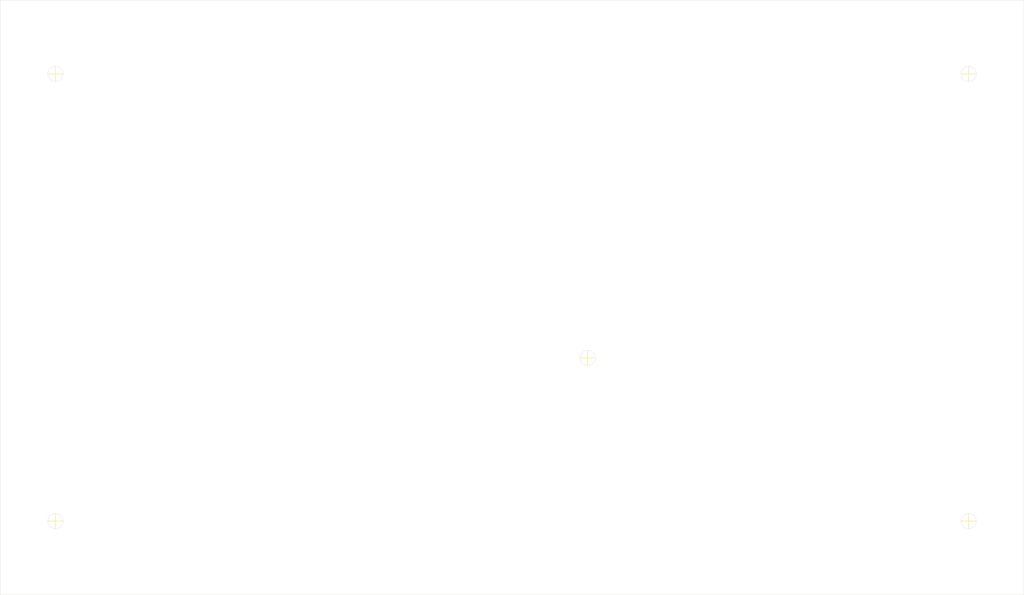
<source format=kicad_pcb>
(kicad_pcb (version 20171130) (host pcbnew "(6.0.0-rc1-dev-1497-g419718b59)")

  (general
    (thickness 1.6)
    (drawings 19)
    (tracks 0)
    (zones 0)
    (modules 0)
    (nets 1)
  )

  (page A4)
  (layers
    (0 F.Cu signal)
    (31 B.Cu signal)
    (32 B.Adhes user hide)
    (33 F.Adhes user hide)
    (34 B.Paste user hide)
    (35 F.Paste user hide)
    (36 B.SilkS user)
    (37 F.SilkS user)
    (38 B.Mask user)
    (39 F.Mask user)
    (40 Dwgs.User user hide)
    (41 Cmts.User user hide)
    (42 Eco1.User user hide)
    (43 Eco2.User user hide)
    (44 Edge.Cuts user)
    (45 Margin user hide)
    (46 B.CrtYd user)
    (47 F.CrtYd user)
    (48 B.Fab user)
    (49 F.Fab user)
  )

  (setup
    (last_trace_width 0.4)
    (user_trace_width 0.5)
    (user_trace_width 1)
    (trace_clearance 0.2)
    (zone_clearance 0.508)
    (zone_45_only no)
    (trace_min 0.2)
    (via_size 0.8)
    (via_drill 0.4)
    (via_min_size 0.4)
    (via_min_drill 0.3)
    (user_via 1 0.6)
    (user_via 1.4 0.8)
    (uvia_size 0.3)
    (uvia_drill 0.1)
    (uvias_allowed no)
    (uvia_min_size 0.2)
    (uvia_min_drill 0.1)
    (edge_width 0.05)
    (segment_width 0.2)
    (pcb_text_width 0.3)
    (pcb_text_size 1.5 1.5)
    (mod_edge_width 0.12)
    (mod_text_size 1 1)
    (mod_text_width 0.15)
    (pad_size 1.524 1.524)
    (pad_drill 0.762)
    (pad_to_mask_clearance 0.051)
    (solder_mask_min_width 0.25)
    (aux_axis_origin 0 0)
    (visible_elements 7FFFFFFF)
    (pcbplotparams
      (layerselection 0x010f0_ffffffff)
      (usegerberextensions false)
      (usegerberattributes false)
      (usegerberadvancedattributes false)
      (creategerberjobfile false)
      (excludeedgelayer true)
      (linewidth 0.100000)
      (plotframeref false)
      (viasonmask false)
      (mode 1)
      (useauxorigin false)
      (hpglpennumber 1)
      (hpglpenspeed 20)
      (hpglpendiameter 15.000000)
      (psnegative false)
      (psa4output false)
      (plotreference true)
      (plotvalue true)
      (plotinvisibletext false)
      (padsonsilk false)
      (subtractmaskfromsilk false)
      (outputformat 1)
      (mirror false)
      (drillshape 0)
      (scaleselection 1)
      (outputdirectory "gerber/"))
  )

  (net 0 "")

  (net_class Default "Dies ist die voreingestellte Netzklasse."
    (clearance 0.2)
    (trace_width 0.4)
    (via_dia 0.8)
    (via_drill 0.4)
    (uvia_dia 0.3)
    (uvia_drill 0.1)
  )

  (gr_line (start 36.645 34.02) (end 251.645 34.02) (layer Edge.Cuts) (width 0.05))
  (gr_line (start 251.645 34.02) (end 251.645 159.02) (layer Edge.Cuts) (width 0.05))
  (gr_line (start 251.645 159.02) (end 36.645 159.02) (layer Edge.Cuts) (width 0.05))
  (gr_line (start 36.645 159.02) (end 36.645 34.02) (layer Edge.Cuts) (width 0.05))
  (gr_circle (center 160.02 109.22) (end 161.62 109.22) (layer Edge.Cuts) (width 0.05))
  (gr_line (start 158.42 109.22) (end 161.62 109.22) (layer F.SilkS) (width 0.15))
  (gr_line (start 160.02 107.62) (end 160.02 110.82) (layer F.SilkS) (width 0.15))
  (gr_circle (center 48.26 143.51) (end 49.86 143.51) (layer Edge.Cuts) (width 0.05))
  (gr_line (start 46.66 143.51) (end 49.86 143.51) (layer F.SilkS) (width 0.15))
  (gr_line (start 48.26 141.91) (end 48.26 145.11) (layer F.SilkS) (width 0.15))
  (gr_circle (center 240.03 143.51) (end 241.63 143.51) (layer Edge.Cuts) (width 0.05))
  (gr_line (start 238.43 143.51) (end 241.63 143.51) (layer F.SilkS) (width 0.15))
  (gr_line (start 240.03 141.91) (end 240.03 145.11) (layer F.SilkS) (width 0.15))
  (gr_circle (center 240.03 49.53) (end 241.63 49.53) (layer Edge.Cuts) (width 0.05))
  (gr_line (start 238.43 49.53) (end 241.63 49.53) (layer F.SilkS) (width 0.15))
  (gr_line (start 240.03 47.93) (end 240.03 51.13) (layer F.SilkS) (width 0.15))
  (gr_circle (center 48.26 49.53) (end 49.86 49.53) (layer Edge.Cuts) (width 0.05))
  (gr_line (start 46.66 49.53) (end 49.86 49.53) (layer F.SilkS) (width 0.15))
  (gr_line (start 48.26 47.93) (end 48.26 51.13) (layer F.SilkS) (width 0.15))

)

</source>
